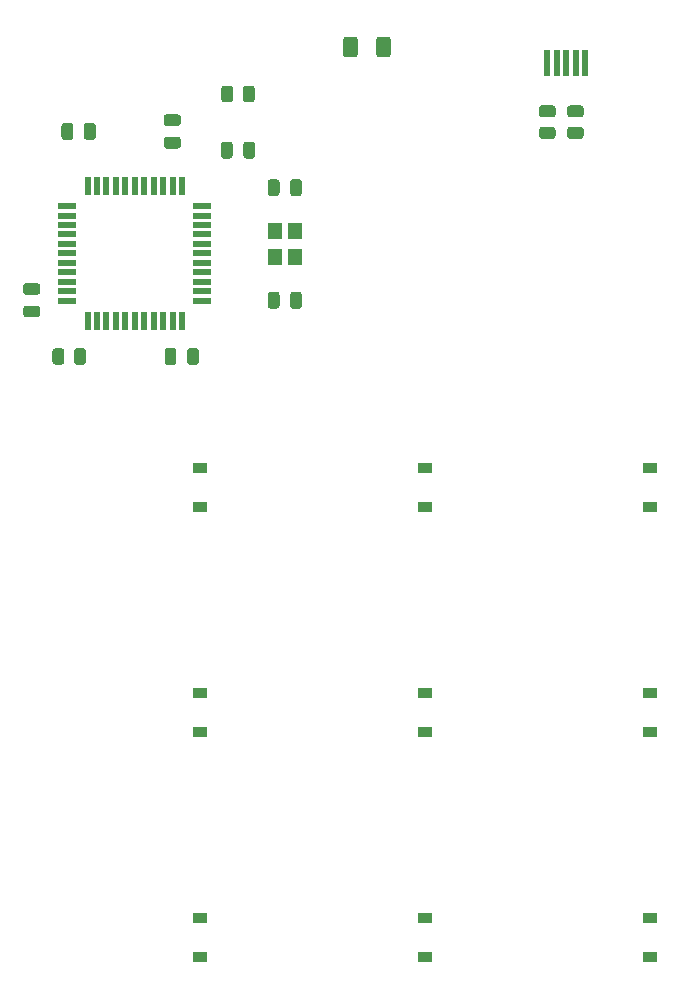
<source format=gbr>
%TF.GenerationSoftware,KiCad,Pcbnew,(5.1.9)-1*%
%TF.CreationDate,2021-02-17T22:55:24-07:00*%
%TF.ProjectId,keyboard_design_example,6b657962-6f61-4726-945f-64657369676e,rev?*%
%TF.SameCoordinates,Original*%
%TF.FileFunction,Paste,Bot*%
%TF.FilePolarity,Positive*%
%FSLAX46Y46*%
G04 Gerber Fmt 4.6, Leading zero omitted, Abs format (unit mm)*
G04 Created by KiCad (PCBNEW (5.1.9)-1) date 2021-02-17 22:55:24*
%MOMM*%
%LPD*%
G01*
G04 APERTURE LIST*
%ADD10R,1.500000X0.550000*%
%ADD11R,0.550000X1.500000*%
%ADD12R,1.200000X0.900000*%
%ADD13R,1.200000X1.400000*%
%ADD14R,0.500000X2.250000*%
G04 APERTURE END LIST*
D10*
%TO.C,U1*%
X18906250Y-125381250D03*
X18906250Y-126181250D03*
X18906250Y-126981250D03*
X18906250Y-127781250D03*
X18906250Y-128581250D03*
X18906250Y-129381250D03*
X18906250Y-130181250D03*
X18906250Y-130981250D03*
X18906250Y-131781250D03*
X18906250Y-132581250D03*
X18906250Y-133381250D03*
D11*
X20606250Y-135081250D03*
X21406250Y-135081250D03*
X22206250Y-135081250D03*
X23006250Y-135081250D03*
X23806250Y-135081250D03*
X24606250Y-135081250D03*
X25406250Y-135081250D03*
X26206250Y-135081250D03*
X27006250Y-135081250D03*
X27806250Y-135081250D03*
X28606250Y-135081250D03*
D10*
X30306250Y-133381250D03*
X30306250Y-132581250D03*
X30306250Y-131781250D03*
X30306250Y-130981250D03*
X30306250Y-130181250D03*
X30306250Y-129381250D03*
X30306250Y-128581250D03*
X30306250Y-127781250D03*
X30306250Y-126981250D03*
X30306250Y-126181250D03*
X30306250Y-125381250D03*
D11*
X28606250Y-123681250D03*
X27806250Y-123681250D03*
X27006250Y-123681250D03*
X26206250Y-123681250D03*
X25406250Y-123681250D03*
X24606250Y-123681250D03*
X23806250Y-123681250D03*
X23006250Y-123681250D03*
X22206250Y-123681250D03*
X21406250Y-123681250D03*
X20606250Y-123681250D03*
%TD*%
D12*
%TO.C,D9*%
X68262500Y-185675000D03*
X68262500Y-188975000D03*
%TD*%
%TO.C,D8*%
X49212500Y-185675000D03*
X49212500Y-188975000D03*
%TD*%
%TO.C,D7*%
X30162500Y-185675000D03*
X30162500Y-188975000D03*
%TD*%
%TO.C,D6*%
X68262500Y-166625000D03*
X68262500Y-169925000D03*
%TD*%
%TO.C,D3*%
X68262500Y-147575000D03*
X68262500Y-150875000D03*
%TD*%
D13*
%TO.C,Y1*%
X38156250Y-129687500D03*
X38156250Y-127487500D03*
X36456250Y-127487500D03*
X36456250Y-129687500D03*
%TD*%
D14*
%TO.C,USB1*%
X59518750Y-113243750D03*
X60318750Y-113243750D03*
X61118750Y-113243750D03*
X61918750Y-113243750D03*
X62718750Y-113243750D03*
%TD*%
%TO.C,R4*%
G36*
G01*
X19450000Y-138562502D02*
X19450000Y-137662498D01*
G75*
G02*
X19699998Y-137412500I249998J0D01*
G01*
X20225002Y-137412500D01*
G75*
G02*
X20475000Y-137662498I0J-249998D01*
G01*
X20475000Y-138562502D01*
G75*
G02*
X20225002Y-138812500I-249998J0D01*
G01*
X19699998Y-138812500D01*
G75*
G02*
X19450000Y-138562502I0J249998D01*
G01*
G37*
G36*
G01*
X17625000Y-138562502D02*
X17625000Y-137662498D01*
G75*
G02*
X17874998Y-137412500I249998J0D01*
G01*
X18400002Y-137412500D01*
G75*
G02*
X18650000Y-137662498I0J-249998D01*
G01*
X18650000Y-138562502D01*
G75*
G02*
X18400002Y-138812500I-249998J0D01*
G01*
X17874998Y-138812500D01*
G75*
G02*
X17625000Y-138562502I0J249998D01*
G01*
G37*
%TD*%
%TO.C,R3*%
G36*
G01*
X32937500Y-115437498D02*
X32937500Y-116337502D01*
G75*
G02*
X32687502Y-116587500I-249998J0D01*
G01*
X32162498Y-116587500D01*
G75*
G02*
X31912500Y-116337502I0J249998D01*
G01*
X31912500Y-115437498D01*
G75*
G02*
X32162498Y-115187500I249998J0D01*
G01*
X32687502Y-115187500D01*
G75*
G02*
X32937500Y-115437498I0J-249998D01*
G01*
G37*
G36*
G01*
X34762500Y-115437498D02*
X34762500Y-116337502D01*
G75*
G02*
X34512502Y-116587500I-249998J0D01*
G01*
X33987498Y-116587500D01*
G75*
G02*
X33737500Y-116337502I0J249998D01*
G01*
X33737500Y-115437498D01*
G75*
G02*
X33987498Y-115187500I249998J0D01*
G01*
X34512502Y-115187500D01*
G75*
G02*
X34762500Y-115437498I0J-249998D01*
G01*
G37*
%TD*%
%TO.C,R2*%
G36*
G01*
X62362502Y-117868750D02*
X61462498Y-117868750D01*
G75*
G02*
X61212500Y-117618752I0J249998D01*
G01*
X61212500Y-117093748D01*
G75*
G02*
X61462498Y-116843750I249998J0D01*
G01*
X62362502Y-116843750D01*
G75*
G02*
X62612500Y-117093748I0J-249998D01*
G01*
X62612500Y-117618752D01*
G75*
G02*
X62362502Y-117868750I-249998J0D01*
G01*
G37*
G36*
G01*
X62362502Y-119693750D02*
X61462498Y-119693750D01*
G75*
G02*
X61212500Y-119443752I0J249998D01*
G01*
X61212500Y-118918748D01*
G75*
G02*
X61462498Y-118668750I249998J0D01*
G01*
X62362502Y-118668750D01*
G75*
G02*
X62612500Y-118918748I0J-249998D01*
G01*
X62612500Y-119443752D01*
G75*
G02*
X62362502Y-119693750I-249998J0D01*
G01*
G37*
%TD*%
%TO.C,R1*%
G36*
G01*
X59981252Y-117868750D02*
X59081248Y-117868750D01*
G75*
G02*
X58831250Y-117618752I0J249998D01*
G01*
X58831250Y-117093748D01*
G75*
G02*
X59081248Y-116843750I249998J0D01*
G01*
X59981252Y-116843750D01*
G75*
G02*
X60231250Y-117093748I0J-249998D01*
G01*
X60231250Y-117618752D01*
G75*
G02*
X59981252Y-117868750I-249998J0D01*
G01*
G37*
G36*
G01*
X59981252Y-119693750D02*
X59081248Y-119693750D01*
G75*
G02*
X58831250Y-119443752I0J249998D01*
G01*
X58831250Y-118918748D01*
G75*
G02*
X59081248Y-118668750I249998J0D01*
G01*
X59981252Y-118668750D01*
G75*
G02*
X60231250Y-118918748I0J-249998D01*
G01*
X60231250Y-119443752D01*
G75*
G02*
X59981252Y-119693750I-249998J0D01*
G01*
G37*
%TD*%
%TO.C,F1*%
G36*
G01*
X45037500Y-112543750D02*
X45037500Y-111293750D01*
G75*
G02*
X45287500Y-111043750I250000J0D01*
G01*
X46037500Y-111043750D01*
G75*
G02*
X46287500Y-111293750I0J-250000D01*
G01*
X46287500Y-112543750D01*
G75*
G02*
X46037500Y-112793750I-250000J0D01*
G01*
X45287500Y-112793750D01*
G75*
G02*
X45037500Y-112543750I0J250000D01*
G01*
G37*
G36*
G01*
X42237500Y-112543750D02*
X42237500Y-111293750D01*
G75*
G02*
X42487500Y-111043750I250000J0D01*
G01*
X43237500Y-111043750D01*
G75*
G02*
X43487500Y-111293750I0J-250000D01*
G01*
X43487500Y-112543750D01*
G75*
G02*
X43237500Y-112793750I-250000J0D01*
G01*
X42487500Y-112793750D01*
G75*
G02*
X42237500Y-112543750I0J250000D01*
G01*
G37*
%TD*%
D12*
%TO.C,D5*%
X49212500Y-166625000D03*
X49212500Y-169925000D03*
%TD*%
%TO.C,D4*%
X30162500Y-166625000D03*
X30162500Y-169925000D03*
%TD*%
%TO.C,D2*%
X49212500Y-147575000D03*
X49212500Y-150875000D03*
%TD*%
%TO.C,D1*%
X30162500Y-147575000D03*
X30162500Y-150875000D03*
%TD*%
%TO.C,C7*%
G36*
G01*
X28256250Y-118612500D02*
X27306250Y-118612500D01*
G75*
G02*
X27056250Y-118362500I0J250000D01*
G01*
X27056250Y-117862500D01*
G75*
G02*
X27306250Y-117612500I250000J0D01*
G01*
X28256250Y-117612500D01*
G75*
G02*
X28506250Y-117862500I0J-250000D01*
G01*
X28506250Y-118362500D01*
G75*
G02*
X28256250Y-118612500I-250000J0D01*
G01*
G37*
G36*
G01*
X28256250Y-120512500D02*
X27306250Y-120512500D01*
G75*
G02*
X27056250Y-120262500I0J250000D01*
G01*
X27056250Y-119762500D01*
G75*
G02*
X27306250Y-119512500I250000J0D01*
G01*
X28256250Y-119512500D01*
G75*
G02*
X28506250Y-119762500I0J-250000D01*
G01*
X28506250Y-120262500D01*
G75*
G02*
X28256250Y-120512500I-250000J0D01*
G01*
G37*
%TD*%
%TO.C,C6*%
G36*
G01*
X36856250Y-123350000D02*
X36856250Y-124300000D01*
G75*
G02*
X36606250Y-124550000I-250000J0D01*
G01*
X36106250Y-124550000D01*
G75*
G02*
X35856250Y-124300000I0J250000D01*
G01*
X35856250Y-123350000D01*
G75*
G02*
X36106250Y-123100000I250000J0D01*
G01*
X36606250Y-123100000D01*
G75*
G02*
X36856250Y-123350000I0J-250000D01*
G01*
G37*
G36*
G01*
X38756250Y-123350000D02*
X38756250Y-124300000D01*
G75*
G02*
X38506250Y-124550000I-250000J0D01*
G01*
X38006250Y-124550000D01*
G75*
G02*
X37756250Y-124300000I0J250000D01*
G01*
X37756250Y-123350000D01*
G75*
G02*
X38006250Y-123100000I250000J0D01*
G01*
X38506250Y-123100000D01*
G75*
G02*
X38756250Y-123350000I0J-250000D01*
G01*
G37*
%TD*%
%TO.C,C5*%
G36*
G01*
X37756250Y-133825000D02*
X37756250Y-132875000D01*
G75*
G02*
X38006250Y-132625000I250000J0D01*
G01*
X38506250Y-132625000D01*
G75*
G02*
X38756250Y-132875000I0J-250000D01*
G01*
X38756250Y-133825000D01*
G75*
G02*
X38506250Y-134075000I-250000J0D01*
G01*
X38006250Y-134075000D01*
G75*
G02*
X37756250Y-133825000I0J250000D01*
G01*
G37*
G36*
G01*
X35856250Y-133825000D02*
X35856250Y-132875000D01*
G75*
G02*
X36106250Y-132625000I250000J0D01*
G01*
X36606250Y-132625000D01*
G75*
G02*
X36856250Y-132875000I0J-250000D01*
G01*
X36856250Y-133825000D01*
G75*
G02*
X36606250Y-134075000I-250000J0D01*
G01*
X36106250Y-134075000D01*
G75*
G02*
X35856250Y-133825000I0J250000D01*
G01*
G37*
%TD*%
%TO.C,C4*%
G36*
G01*
X19393750Y-118587500D02*
X19393750Y-119537500D01*
G75*
G02*
X19143750Y-119787500I-250000J0D01*
G01*
X18643750Y-119787500D01*
G75*
G02*
X18393750Y-119537500I0J250000D01*
G01*
X18393750Y-118587500D01*
G75*
G02*
X18643750Y-118337500I250000J0D01*
G01*
X19143750Y-118337500D01*
G75*
G02*
X19393750Y-118587500I0J-250000D01*
G01*
G37*
G36*
G01*
X21293750Y-118587500D02*
X21293750Y-119537500D01*
G75*
G02*
X21043750Y-119787500I-250000J0D01*
G01*
X20543750Y-119787500D01*
G75*
G02*
X20293750Y-119537500I0J250000D01*
G01*
X20293750Y-118587500D01*
G75*
G02*
X20543750Y-118337500I250000J0D01*
G01*
X21043750Y-118337500D01*
G75*
G02*
X21293750Y-118587500I0J-250000D01*
G01*
G37*
%TD*%
%TO.C,C3*%
G36*
G01*
X33787500Y-121125000D02*
X33787500Y-120175000D01*
G75*
G02*
X34037500Y-119925000I250000J0D01*
G01*
X34537500Y-119925000D01*
G75*
G02*
X34787500Y-120175000I0J-250000D01*
G01*
X34787500Y-121125000D01*
G75*
G02*
X34537500Y-121375000I-250000J0D01*
G01*
X34037500Y-121375000D01*
G75*
G02*
X33787500Y-121125000I0J250000D01*
G01*
G37*
G36*
G01*
X31887500Y-121125000D02*
X31887500Y-120175000D01*
G75*
G02*
X32137500Y-119925000I250000J0D01*
G01*
X32637500Y-119925000D01*
G75*
G02*
X32887500Y-120175000I0J-250000D01*
G01*
X32887500Y-121125000D01*
G75*
G02*
X32637500Y-121375000I-250000J0D01*
G01*
X32137500Y-121375000D01*
G75*
G02*
X31887500Y-121125000I0J250000D01*
G01*
G37*
%TD*%
%TO.C,C2*%
G36*
G01*
X29025000Y-138587500D02*
X29025000Y-137637500D01*
G75*
G02*
X29275000Y-137387500I250000J0D01*
G01*
X29775000Y-137387500D01*
G75*
G02*
X30025000Y-137637500I0J-250000D01*
G01*
X30025000Y-138587500D01*
G75*
G02*
X29775000Y-138837500I-250000J0D01*
G01*
X29275000Y-138837500D01*
G75*
G02*
X29025000Y-138587500I0J250000D01*
G01*
G37*
G36*
G01*
X27125000Y-138587500D02*
X27125000Y-137637500D01*
G75*
G02*
X27375000Y-137387500I250000J0D01*
G01*
X27875000Y-137387500D01*
G75*
G02*
X28125000Y-137637500I0J-250000D01*
G01*
X28125000Y-138587500D01*
G75*
G02*
X27875000Y-138837500I-250000J0D01*
G01*
X27375000Y-138837500D01*
G75*
G02*
X27125000Y-138587500I0J250000D01*
G01*
G37*
%TD*%
%TO.C,C1*%
G36*
G01*
X16350000Y-132900000D02*
X15400000Y-132900000D01*
G75*
G02*
X15150000Y-132650000I0J250000D01*
G01*
X15150000Y-132150000D01*
G75*
G02*
X15400000Y-131900000I250000J0D01*
G01*
X16350000Y-131900000D01*
G75*
G02*
X16600000Y-132150000I0J-250000D01*
G01*
X16600000Y-132650000D01*
G75*
G02*
X16350000Y-132900000I-250000J0D01*
G01*
G37*
G36*
G01*
X16350000Y-134800000D02*
X15400000Y-134800000D01*
G75*
G02*
X15150000Y-134550000I0J250000D01*
G01*
X15150000Y-134050000D01*
G75*
G02*
X15400000Y-133800000I250000J0D01*
G01*
X16350000Y-133800000D01*
G75*
G02*
X16600000Y-134050000I0J-250000D01*
G01*
X16600000Y-134550000D01*
G75*
G02*
X16350000Y-134800000I-250000J0D01*
G01*
G37*
%TD*%
M02*

</source>
